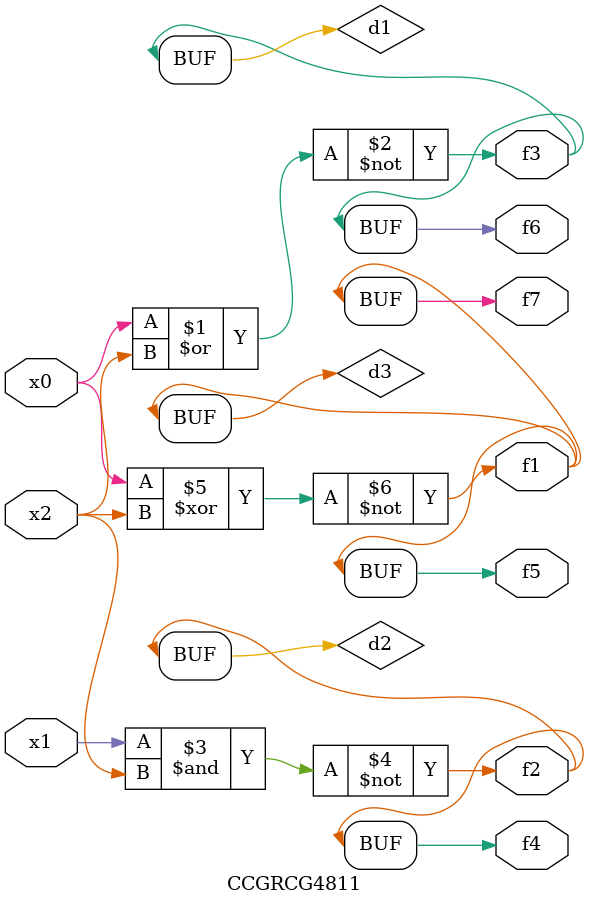
<source format=v>
module CCGRCG4811(
	input x0, x1, x2,
	output f1, f2, f3, f4, f5, f6, f7
);

	wire d1, d2, d3;

	nor (d1, x0, x2);
	nand (d2, x1, x2);
	xnor (d3, x0, x2);
	assign f1 = d3;
	assign f2 = d2;
	assign f3 = d1;
	assign f4 = d2;
	assign f5 = d3;
	assign f6 = d1;
	assign f7 = d3;
endmodule

</source>
